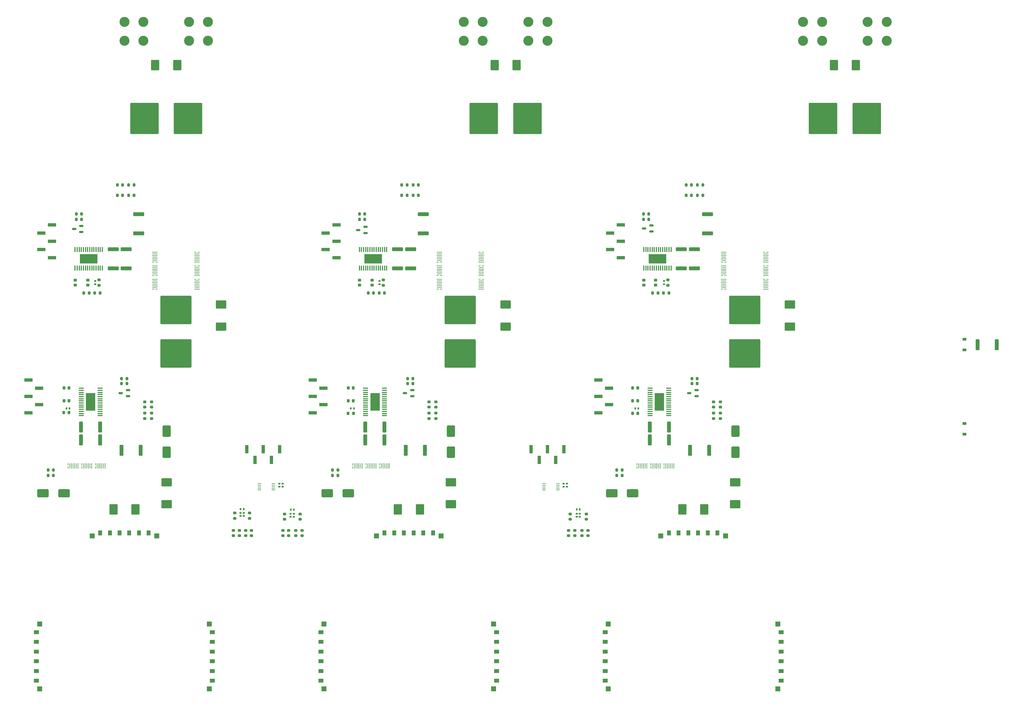
<source format=gtp>
%TF.GenerationSoftware,KiCad,Pcbnew,7.0.9*%
%TF.CreationDate,2025-04-01T10:19:45-06:00*%
%TF.ProjectId,2023-24_Power_Supply,32303233-2d32-4345-9f50-6f7765725f53,rev?*%
%TF.SameCoordinates,Original*%
%TF.FileFunction,Paste,Top*%
%TF.FilePolarity,Positive*%
%FSLAX46Y46*%
G04 Gerber Fmt 4.6, Leading zero omitted, Abs format (unit mm)*
G04 Created by KiCad (PCBNEW 7.0.9) date 2025-04-01 10:19:45*
%MOMM*%
%LPD*%
G01*
G04 APERTURE LIST*
G04 Aperture macros list*
%AMRoundRect*
0 Rectangle with rounded corners*
0 $1 Rounding radius*
0 $2 $3 $4 $5 $6 $7 $8 $9 X,Y pos of 4 corners*
0 Add a 4 corners polygon primitive as box body*
4,1,4,$2,$3,$4,$5,$6,$7,$8,$9,$2,$3,0*
0 Add four circle primitives for the rounded corners*
1,1,$1+$1,$2,$3*
1,1,$1+$1,$4,$5*
1,1,$1+$1,$6,$7*
1,1,$1+$1,$8,$9*
0 Add four rect primitives between the rounded corners*
20,1,$1+$1,$2,$3,$4,$5,0*
20,1,$1+$1,$4,$5,$6,$7,0*
20,1,$1+$1,$6,$7,$8,$9,0*
20,1,$1+$1,$8,$9,$2,$3,0*%
G04 Aperture macros list end*
%ADD10RoundRect,0.140000X0.170000X-0.140000X0.170000X0.140000X-0.170000X0.140000X-0.170000X-0.140000X0*%
%ADD11RoundRect,0.250000X-1.425000X0.362500X-1.425000X-0.362500X1.425000X-0.362500X1.425000X0.362500X0*%
%ADD12RoundRect,0.200000X-0.200000X-0.275000X0.200000X-0.275000X0.200000X0.275000X-0.200000X0.275000X0*%
%ADD13RoundRect,0.200000X0.200000X0.275000X-0.200000X0.275000X-0.200000X-0.275000X0.200000X-0.275000X0*%
%ADD14RoundRect,0.250000X0.362500X1.425000X-0.362500X1.425000X-0.362500X-1.425000X0.362500X-1.425000X0*%
%ADD15C,3.100000*%
%ADD16RoundRect,0.200000X0.275000X-0.200000X0.275000X0.200000X-0.275000X0.200000X-0.275000X-0.200000X0*%
%ADD17RoundRect,0.250000X1.000000X-1.500000X1.000000X1.500000X-1.000000X1.500000X-1.000000X-1.500000X0*%
%ADD18R,0.200000X0.725000*%
%ADD19R,0.200000X1.750000*%
%ADD20R,0.200000X1.575000*%
%ADD21RoundRect,0.200000X-0.275000X0.200000X-0.275000X-0.200000X0.275000X-0.200000X0.275000X0.200000X0*%
%ADD22R,2.510000X1.000000*%
%ADD23RoundRect,0.250000X1.500000X1.000000X-1.500000X1.000000X-1.500000X-1.000000X1.500000X-1.000000X0*%
%ADD24RoundRect,0.250000X-1.400000X-1.000000X1.400000X-1.000000X1.400000X1.000000X-1.400000X1.000000X0*%
%ADD25R,0.450000X1.500000*%
%ADD26R,5.500000X3.000000*%
%ADD27RoundRect,0.225000X0.225000X0.250000X-0.225000X0.250000X-0.225000X-0.250000X0.225000X-0.250000X0*%
%ADD28R,0.725000X0.200000*%
%ADD29R,1.750000X0.200000*%
%ADD30R,1.575000X0.200000*%
%ADD31RoundRect,0.225000X0.375000X-0.225000X0.375000X0.225000X-0.375000X0.225000X-0.375000X-0.225000X0*%
%ADD32RoundRect,0.249999X-4.550001X4.150001X-4.550001X-4.150001X4.550001X-4.150001X4.550001X4.150001X0*%
%ADD33RoundRect,0.225000X-0.250000X0.225000X-0.250000X-0.225000X0.250000X-0.225000X0.250000X0.225000X0*%
%ADD34R,1.100000X0.250000*%
%ADD35RoundRect,0.249999X-4.150001X-4.550001X4.150001X-4.550001X4.150001X4.550001X-4.150001X4.550001X0*%
%ADD36R,1.500000X0.450000*%
%ADD37R,3.000000X5.500000*%
%ADD38RoundRect,0.150000X0.512500X0.150000X-0.512500X0.150000X-0.512500X-0.150000X0.512500X-0.150000X0*%
%ADD39RoundRect,0.250000X1.000000X-1.400000X1.000000X1.400000X-1.000000X1.400000X-1.000000X-1.400000X0*%
%ADD40RoundRect,0.140000X0.140000X0.170000X-0.140000X0.170000X-0.140000X-0.170000X0.140000X-0.170000X0*%
%ADD41RoundRect,0.140000X-0.140000X-0.170000X0.140000X-0.170000X0.140000X0.170000X-0.140000X0.170000X0*%
%ADD42R,1.000000X2.510000*%
%ADD43RoundRect,0.140000X-0.170000X0.140000X-0.170000X-0.140000X0.170000X-0.140000X0.170000X0.140000X0*%
%ADD44R,1.600000X1.500000*%
%ADD45R,1.500000X1.600000*%
%ADD46R,1.200000X1.600000*%
%ADD47R,1.600000X1.200000*%
%ADD48RoundRect,0.250000X-0.362500X-1.425000X0.362500X-1.425000X0.362500X1.425000X-0.362500X1.425000X0*%
%ADD49RoundRect,0.225000X-0.375000X0.225000X-0.375000X-0.225000X0.375000X-0.225000X0.375000X0.225000X0*%
G04 APERTURE END LIST*
D10*
%TO.C,C52*%
X242500000Y-255280000D03*
X242500000Y-254320000D03*
%TD*%
D11*
%TO.C,R62*%
X367400000Y-172437500D03*
X367400000Y-178362500D03*
%TD*%
D12*
%TO.C,R51*%
X276875000Y-152600000D03*
X278525000Y-152600000D03*
%TD*%
D10*
%TO.C,C53*%
X243500000Y-255280000D03*
X243500000Y-254320000D03*
%TD*%
D13*
%TO.C,R107*%
X169075000Y-240800000D03*
X167425000Y-240800000D03*
%TD*%
D14*
%TO.C,R122*%
X271537501Y-227500000D03*
X265612501Y-227500000D03*
%TD*%
D15*
%TO.C,J6*%
X301935000Y-107935000D03*
X301935000Y-102065000D03*
X296065000Y-107935000D03*
X296065000Y-102065000D03*
%TD*%
D13*
%TO.C,R139*%
X345075001Y-240800000D03*
X343425001Y-240800000D03*
%TD*%
D12*
%TO.C,R70*%
X351675000Y-163200000D03*
X353325000Y-163200000D03*
%TD*%
D16*
%TO.C,R110*%
X197350000Y-224825000D03*
X197350000Y-223175000D03*
%TD*%
D17*
%TO.C,C64*%
X204100000Y-235250000D03*
X204100000Y-228750000D03*
%TD*%
D18*
%TO.C,Q31*%
X173675000Y-238988000D03*
X173675000Y-240012000D03*
D19*
X174675000Y-239500000D03*
X175675000Y-239500000D03*
X176675000Y-239500000D03*
D20*
X174175000Y-239500000D03*
X175175000Y-239500000D03*
X176175000Y-239500000D03*
%TD*%
D21*
%TO.C,R85*%
X225200000Y-254095000D03*
X225200000Y-255745000D03*
%TD*%
D16*
%TO.C,R81*%
X240100000Y-261125000D03*
X240100000Y-259475000D03*
%TD*%
D21*
%TO.C,R83*%
X244100000Y-259475000D03*
X244100000Y-261125000D03*
%TD*%
D14*
%TO.C,R123*%
X271537501Y-231500000D03*
X265612501Y-231500000D03*
%TD*%
D22*
%TO.C,J18*%
X344655000Y-175080000D03*
X341345000Y-172540000D03*
X344655000Y-170000000D03*
X341345000Y-167460000D03*
X344655000Y-164920000D03*
%TD*%
D18*
%TO.C,Q38*%
X265875001Y-239000000D03*
X265875001Y-240024000D03*
D19*
X266875001Y-239512000D03*
X267875001Y-239512000D03*
X268875001Y-239512000D03*
D20*
X266375001Y-239512000D03*
X267375001Y-239512000D03*
X268375001Y-239512000D03*
%TD*%
D23*
%TO.C,C63*%
X172325000Y-248000000D03*
X165825000Y-248000000D03*
%TD*%
D21*
%TO.C,R112*%
X199450000Y-223175000D03*
X199450000Y-224825000D03*
%TD*%
D14*
%TO.C,R108*%
X196037500Y-234725000D03*
X190112500Y-234725000D03*
%TD*%
D16*
%TO.C,R93*%
X328500000Y-261125000D03*
X328500000Y-259475000D03*
%TD*%
D24*
%TO.C,D7*%
X221000000Y-189600000D03*
X221000000Y-196400000D03*
%TD*%
D10*
%TO.C,C61*%
X327000000Y-245980000D03*
X327000000Y-245020000D03*
%TD*%
D25*
%TO.C,U6*%
X272225000Y-172500000D03*
X271575000Y-172500000D03*
X270925000Y-172500000D03*
X270275000Y-172500000D03*
X269625000Y-172500000D03*
X268975000Y-172500000D03*
X268325000Y-172500000D03*
X267675000Y-172500000D03*
X267025000Y-172500000D03*
X266375000Y-172500000D03*
D26*
X268000000Y-175400000D03*
D25*
X265725000Y-172500000D03*
X265075000Y-172500000D03*
X264425000Y-172500000D03*
X263775000Y-172500000D03*
X263775000Y-178300000D03*
X264425000Y-178300000D03*
X265075000Y-178300000D03*
X265725000Y-178300000D03*
X266375000Y-178300000D03*
X267025000Y-178300000D03*
X267675000Y-178300000D03*
X268325000Y-178300000D03*
X268975000Y-178300000D03*
X269625000Y-178300000D03*
X270275000Y-178300000D03*
X270925000Y-178300000D03*
X271575000Y-178300000D03*
X272225000Y-178300000D03*
%TD*%
D10*
%TO.C,C57*%
X240000000Y-245980000D03*
X240000000Y-245020000D03*
%TD*%
D13*
%TO.C,R21*%
X180150000Y-186000000D03*
X178500000Y-186000000D03*
%TD*%
%TO.C,R148*%
X353325000Y-161500000D03*
X351675000Y-161500000D03*
%TD*%
D27*
%TO.C,C70*%
X261875000Y-219400001D03*
X260325000Y-219400001D03*
%TD*%
%TO.C,C76*%
X349875000Y-215400001D03*
X348325000Y-215400001D03*
%TD*%
D12*
%TO.C,R76*%
X190175000Y-214000000D03*
X191825000Y-214000000D03*
%TD*%
D25*
%TO.C,U7*%
X360225000Y-172500000D03*
X359575000Y-172500000D03*
X358925000Y-172500000D03*
X358275000Y-172500000D03*
X357625000Y-172500000D03*
X356975000Y-172500000D03*
X356325000Y-172500000D03*
X355675000Y-172500000D03*
X355025000Y-172500000D03*
X354375000Y-172500000D03*
D26*
X356000000Y-175400000D03*
D25*
X353725000Y-172500000D03*
X353075000Y-172500000D03*
X352425000Y-172500000D03*
X351775000Y-172500000D03*
X351775000Y-178300000D03*
X352425000Y-178300000D03*
X353075000Y-178300000D03*
X353725000Y-178300000D03*
X354375000Y-178300000D03*
X355025000Y-178300000D03*
X355675000Y-178300000D03*
X356325000Y-178300000D03*
X356975000Y-178300000D03*
X357625000Y-178300000D03*
X358275000Y-178300000D03*
X358925000Y-178300000D03*
X359575000Y-178300000D03*
X360225000Y-178300000D03*
%TD*%
D21*
%TO.C,R79*%
X228600000Y-259495000D03*
X228600000Y-261145000D03*
%TD*%
D28*
%TO.C,Q3*%
X199988000Y-184800000D03*
X201012000Y-184800000D03*
D29*
X200500000Y-183800000D03*
X200500000Y-182800000D03*
X200500000Y-181800000D03*
D30*
X200500000Y-184300000D03*
X200500000Y-183300000D03*
X200500000Y-182300000D03*
%TD*%
D18*
%TO.C,Q42*%
X353875001Y-239000000D03*
X353875001Y-240024000D03*
D19*
X354875001Y-239512000D03*
X355875001Y-239512000D03*
X356875001Y-239512000D03*
D20*
X354375001Y-239512000D03*
X355375001Y-239512000D03*
X356375001Y-239512000D03*
%TD*%
D21*
%TO.C,R143*%
X373350000Y-219674999D03*
X373350000Y-221324999D03*
%TD*%
D18*
%TO.C,Q39*%
X349675001Y-238988000D03*
X349675001Y-240012000D03*
D19*
X350675001Y-239500000D03*
X351675001Y-239500000D03*
X352675001Y-239500000D03*
D20*
X350175001Y-239500000D03*
X351175001Y-239500000D03*
X352175001Y-239500000D03*
%TD*%
D13*
%TO.C,R59*%
X359525000Y-186000000D03*
X357875000Y-186000000D03*
%TD*%
%TO.C,R151*%
X368325000Y-212500000D03*
X366675000Y-212500000D03*
%TD*%
D27*
%TO.C,C71*%
X261875000Y-215400001D03*
X260325000Y-215400001D03*
%TD*%
D17*
%TO.C,C69*%
X292100000Y-235249999D03*
X292100000Y-228749999D03*
%TD*%
D14*
%TO.C,R105*%
X183537500Y-227500000D03*
X177612500Y-227500000D03*
%TD*%
D31*
%TO.C,D5*%
X451000000Y-229650000D03*
X451000000Y-226350000D03*
%TD*%
D11*
%TO.C,R20*%
X191600000Y-172437500D03*
X191600000Y-178362500D03*
%TD*%
D18*
%TO.C,Q36*%
X270075000Y-239000000D03*
X270075000Y-240024000D03*
D19*
X271075000Y-239512000D03*
X272075000Y-239512000D03*
X273075000Y-239512000D03*
D20*
X270575000Y-239512000D03*
X271575000Y-239512000D03*
X272575000Y-239512000D03*
%TD*%
D13*
%TO.C,R124*%
X257075001Y-240800000D03*
X255425001Y-240800000D03*
%TD*%
D12*
%TO.C,R117*%
X172275000Y-223000000D03*
X173925000Y-223000000D03*
%TD*%
D32*
%TO.C,C41*%
X383000000Y-191250000D03*
X383000000Y-204750000D03*
%TD*%
D12*
%TO.C,R132*%
X260275000Y-223225000D03*
X261925000Y-223225000D03*
%TD*%
D33*
%TO.C,C32*%
X179700000Y-182025000D03*
X179700000Y-183575000D03*
%TD*%
D24*
%TO.C,D19*%
X292075000Y-244599999D03*
X292075000Y-251399999D03*
%TD*%
D21*
%TO.C,R87*%
X240600000Y-254375000D03*
X240600000Y-256025000D03*
%TD*%
D13*
%TO.C,R24*%
X194025000Y-155800000D03*
X192375000Y-155800000D03*
%TD*%
D34*
%TO.C,U10*%
X320850000Y-245000000D03*
X320850000Y-245500000D03*
X320850000Y-246000000D03*
X320850000Y-246500000D03*
X320850000Y-247000000D03*
X325150000Y-247000000D03*
X325150000Y-246500000D03*
X325150000Y-246000000D03*
X325150000Y-245500000D03*
X325150000Y-245000000D03*
%TD*%
D35*
%TO.C,C42*%
X407250000Y-132000000D03*
X420750000Y-132000000D03*
%TD*%
D12*
%TO.C,R92*%
X278675000Y-214000000D03*
X280325000Y-214000000D03*
%TD*%
D24*
%TO.C,D10*%
X309000000Y-189600000D03*
X309000000Y-196400000D03*
%TD*%
D35*
%TO.C,C36*%
X302250000Y-132000000D03*
X315750000Y-132000000D03*
%TD*%
D21*
%TO.C,R128*%
X285350000Y-219674999D03*
X285350000Y-221324999D03*
%TD*%
D13*
%TO.C,R66*%
X370025000Y-155800000D03*
X368375000Y-155800000D03*
%TD*%
D36*
%TO.C,U12*%
X183500000Y-223950000D03*
X183500000Y-223300000D03*
X183500000Y-222650000D03*
X183500000Y-222000000D03*
X183500000Y-221350000D03*
X183500000Y-220700000D03*
X183500000Y-220050000D03*
X183500000Y-219400000D03*
X183500000Y-218750000D03*
X183500000Y-218100000D03*
D37*
X180600000Y-219725000D03*
D36*
X183500000Y-217450000D03*
X183500000Y-216800000D03*
X183500000Y-216150000D03*
X183500000Y-215500000D03*
X177700000Y-215500000D03*
X177700000Y-216150000D03*
X177700000Y-216800000D03*
X177700000Y-217450000D03*
X177700000Y-218100000D03*
X177700000Y-218750000D03*
X177700000Y-219400000D03*
X177700000Y-220050000D03*
X177700000Y-220700000D03*
X177700000Y-221350000D03*
X177700000Y-222000000D03*
X177700000Y-222650000D03*
X177700000Y-223300000D03*
X177700000Y-223950000D03*
%TD*%
D38*
%TO.C,Q18*%
X265637500Y-167450000D03*
X265637500Y-165550000D03*
X263362500Y-166500000D03*
%TD*%
D12*
%TO.C,R147*%
X348275000Y-223225000D03*
X349925000Y-223225000D03*
%TD*%
D15*
%TO.C,J5*%
X216935000Y-107935000D03*
X216935000Y-102065000D03*
X211065000Y-107935000D03*
X211065000Y-102065000D03*
%TD*%
D21*
%TO.C,R80*%
X230400000Y-259495000D03*
X230400000Y-261145000D03*
%TD*%
D39*
%TO.C,D9*%
X200600000Y-115500000D03*
X207400000Y-115500000D03*
%TD*%
D12*
%TO.C,R28*%
X176175000Y-163200000D03*
X177825000Y-163200000D03*
%TD*%
%TO.C,R68*%
X364875000Y-155800000D03*
X366525000Y-155800000D03*
%TD*%
D40*
%TO.C,C72*%
X262080000Y-221725000D03*
X261120000Y-221725000D03*
%TD*%
D38*
%TO.C,Q28*%
X192137500Y-217950000D03*
X192137500Y-216050000D03*
X189862500Y-217000000D03*
%TD*%
D13*
%TO.C,R63*%
X356150000Y-186000000D03*
X354500000Y-186000000D03*
%TD*%
D41*
%TO.C,C54*%
X226990000Y-252850000D03*
X227950000Y-252850000D03*
%TD*%
D12*
%TO.C,R71*%
X364875000Y-152600000D03*
X366525000Y-152600000D03*
%TD*%
D11*
%TO.C,R22*%
X195500000Y-161637500D03*
X195500000Y-167562500D03*
%TD*%
D21*
%TO.C,R130*%
X287450000Y-219674999D03*
X287450000Y-221324999D03*
%TD*%
D32*
%TO.C,C35*%
X295000000Y-191250000D03*
X295000000Y-204750000D03*
%TD*%
D41*
%TO.C,C55*%
X242520000Y-253100000D03*
X243480000Y-253100000D03*
%TD*%
D10*
%TO.C,C62*%
X328000000Y-245980000D03*
X328000000Y-245020000D03*
%TD*%
D21*
%TO.C,R95*%
X332600000Y-259475000D03*
X332600000Y-261125000D03*
%TD*%
D23*
%TO.C,C73*%
X348325001Y-248000000D03*
X341825001Y-248000000D03*
%TD*%
D35*
%TO.C,C30*%
X197250000Y-132000000D03*
X210750000Y-132000000D03*
%TD*%
D42*
%TO.C,J21*%
X327080000Y-234345000D03*
X324540000Y-237655000D03*
X322000000Y-234345000D03*
X319460000Y-237655000D03*
X316920000Y-234345000D03*
%TD*%
D22*
%TO.C,J23*%
X249345000Y-212920000D03*
X252655000Y-215460000D03*
X249345000Y-218000000D03*
X252655000Y-220540000D03*
X249345000Y-223080000D03*
%TD*%
D13*
%TO.C,R116*%
X265425000Y-161500000D03*
X263775000Y-161500000D03*
%TD*%
D27*
%TO.C,C75*%
X349875000Y-219400001D03*
X348325000Y-219400001D03*
%TD*%
D43*
%TO.C,C34*%
X182000000Y-182320000D03*
X182000000Y-183280000D03*
%TD*%
D11*
%TO.C,R44*%
X283500000Y-161637500D03*
X283500000Y-167562500D03*
%TD*%
D28*
%TO.C,Q23*%
X390012000Y-173400000D03*
X388988000Y-173400000D03*
D29*
X389500000Y-174400000D03*
X389500000Y-175400000D03*
X389500000Y-176400000D03*
D30*
X389500000Y-173900000D03*
X389500000Y-174900000D03*
X389500000Y-175900000D03*
%TD*%
D23*
%TO.C,C68*%
X260325001Y-248000000D03*
X253825001Y-248000000D03*
%TD*%
D39*
%TO.C,D12*%
X305600000Y-115500000D03*
X312400000Y-115500000D03*
%TD*%
D21*
%TO.C,R96*%
X334500000Y-259475000D03*
X334500000Y-261125000D03*
%TD*%
%TO.C,R88*%
X245400000Y-254375000D03*
X245400000Y-256025000D03*
%TD*%
D38*
%TO.C,Q9*%
X177737500Y-167150000D03*
X177737500Y-165250000D03*
X175462500Y-166200000D03*
%TD*%
D28*
%TO.C,Q11*%
X287988000Y-180600000D03*
X289012000Y-180600000D03*
D29*
X288500000Y-179600000D03*
X288500000Y-178600000D03*
X288500000Y-177600000D03*
D30*
X288500000Y-180100000D03*
X288500000Y-179100000D03*
X288500000Y-178100000D03*
%TD*%
D10*
%TO.C,C58*%
X331000000Y-255280000D03*
X331000000Y-254320000D03*
%TD*%
D22*
%TO.C,J17*%
X256655000Y-175080000D03*
X253345000Y-172540000D03*
X256655000Y-170000000D03*
X253345000Y-167460000D03*
X256655000Y-164920000D03*
%TD*%
D14*
%TO.C,R137*%
X359537501Y-227500000D03*
X353612501Y-227500000D03*
%TD*%
D39*
%TO.C,D20*%
X363675000Y-253000000D03*
X370475000Y-253000000D03*
%TD*%
D27*
%TO.C,C65*%
X173875000Y-219400000D03*
X172325000Y-219400000D03*
%TD*%
D39*
%TO.C,D16*%
X187675000Y-253000000D03*
X194475000Y-253000000D03*
%TD*%
D28*
%TO.C,Q25*%
X390012000Y-181800000D03*
X388988000Y-181800000D03*
D29*
X389500000Y-182800000D03*
X389500000Y-183800000D03*
X389500000Y-184800000D03*
D30*
X389500000Y-182300000D03*
X389500000Y-183300000D03*
X389500000Y-184300000D03*
%TD*%
D12*
%TO.C,R26*%
X188875000Y-155800000D03*
X190525000Y-155800000D03*
%TD*%
D10*
%TO.C,C56*%
X239000000Y-245980000D03*
X239000000Y-245020000D03*
%TD*%
%TO.C,C59*%
X332000000Y-255280000D03*
X332000000Y-254320000D03*
%TD*%
D24*
%TO.C,D21*%
X380075000Y-244599999D03*
X380075000Y-251399999D03*
%TD*%
D18*
%TO.C,Q40*%
X358075000Y-239000000D03*
X358075000Y-240024000D03*
D19*
X359075000Y-239512000D03*
X360075000Y-239512000D03*
X361075000Y-239512000D03*
D20*
X358575000Y-239512000D03*
X359575000Y-239512000D03*
X360575000Y-239512000D03*
%TD*%
D16*
%TO.C,R127*%
X285350000Y-224824999D03*
X285350000Y-223174999D03*
%TD*%
D22*
%TO.C,J16*%
X168655000Y-175080000D03*
X165345000Y-172540000D03*
X168655000Y-170000000D03*
X165345000Y-167460000D03*
X168655000Y-164920000D03*
%TD*%
D11*
%TO.C,R41*%
X275600000Y-172437500D03*
X275600000Y-178362500D03*
%TD*%
D10*
%TO.C,C50*%
X227000000Y-255000000D03*
X227000000Y-254040000D03*
%TD*%
D28*
%TO.C,Q16*%
X302012000Y-181800000D03*
X300988000Y-181800000D03*
D29*
X301500000Y-182800000D03*
X301500000Y-183800000D03*
X301500000Y-184800000D03*
D30*
X301500000Y-182300000D03*
X301500000Y-183300000D03*
X301500000Y-184300000D03*
%TD*%
D18*
%TO.C,Q32*%
X182075000Y-239000000D03*
X182075000Y-240024000D03*
D19*
X183075000Y-239512000D03*
X184075000Y-239512000D03*
X185075000Y-239512000D03*
D20*
X182575000Y-239512000D03*
X183575000Y-239512000D03*
X184575000Y-239512000D03*
%TD*%
D16*
%TO.C,R77*%
X224800000Y-261145000D03*
X224800000Y-259495000D03*
%TD*%
D33*
%TO.C,C45*%
X351800000Y-182025000D03*
X351800000Y-183575000D03*
%TD*%
D41*
%TO.C,C60*%
X331040000Y-253000000D03*
X332000000Y-253000000D03*
%TD*%
D21*
%TO.C,R111*%
X197350000Y-219675000D03*
X197350000Y-221325000D03*
%TD*%
D16*
%TO.C,R53*%
X271200000Y-183625000D03*
X271200000Y-181975000D03*
%TD*%
D21*
%TO.C,R113*%
X199450000Y-219675000D03*
X199450000Y-221325000D03*
%TD*%
D18*
%TO.C,Q35*%
X261675001Y-238988000D03*
X261675001Y-240012000D03*
D19*
X262675001Y-239500000D03*
X263675001Y-239500000D03*
X264675001Y-239500000D03*
D20*
X262175001Y-239500000D03*
X263175001Y-239500000D03*
X264175001Y-239500000D03*
%TD*%
D39*
%TO.C,D18*%
X275675000Y-253000000D03*
X282475000Y-253000000D03*
%TD*%
D32*
%TO.C,C29*%
X207000000Y-191250000D03*
X207000000Y-204750000D03*
%TD*%
D36*
%TO.C,U16*%
X359500000Y-223950000D03*
X359500000Y-223300000D03*
X359500000Y-222650000D03*
X359500000Y-222000000D03*
X359500000Y-221350000D03*
X359500000Y-220700000D03*
X359500000Y-220050000D03*
X359500000Y-219400000D03*
X359500000Y-218750000D03*
X359500000Y-218100000D03*
D37*
X356600000Y-219725000D03*
D36*
X359500000Y-217450000D03*
X359500000Y-216800000D03*
X359500000Y-216150000D03*
X359500000Y-215500000D03*
X353700000Y-215500000D03*
X353700000Y-216150000D03*
X353700000Y-216800000D03*
X353700000Y-217450000D03*
X353700000Y-218100000D03*
X353700000Y-218750000D03*
X353700000Y-219400000D03*
X353700000Y-220050000D03*
X353700000Y-220700000D03*
X353700000Y-221350000D03*
X353700000Y-222000000D03*
X353700000Y-222650000D03*
X353700000Y-223300000D03*
X353700000Y-223950000D03*
%TD*%
D28*
%TO.C,Q2*%
X199988000Y-180600000D03*
X201012000Y-180600000D03*
D29*
X200500000Y-179600000D03*
X200500000Y-178600000D03*
X200500000Y-177600000D03*
D30*
X200500000Y-180100000D03*
X200500000Y-179100000D03*
X200500000Y-178100000D03*
%TD*%
D21*
%TO.C,R145*%
X375450000Y-219674999D03*
X375450000Y-221324999D03*
%TD*%
D13*
%TO.C,R149*%
X191825000Y-212500000D03*
X190175000Y-212500000D03*
%TD*%
D12*
%TO.C,R103*%
X167425000Y-242500000D03*
X169075000Y-242500000D03*
%TD*%
D11*
%TO.C,R19*%
X187600000Y-172437500D03*
X187600000Y-178362500D03*
%TD*%
D28*
%TO.C,Q7*%
X214012000Y-181800000D03*
X212988000Y-181800000D03*
D29*
X213500000Y-182800000D03*
X213500000Y-183800000D03*
X213500000Y-184800000D03*
D30*
X213500000Y-182300000D03*
X213500000Y-183300000D03*
X213500000Y-184300000D03*
%TD*%
D21*
%TO.C,R98*%
X334000000Y-254375000D03*
X334000000Y-256025000D03*
%TD*%
D34*
%TO.C,U9*%
X232850000Y-245000000D03*
X232850000Y-245500000D03*
X232850000Y-246000000D03*
X232850000Y-246500000D03*
X232850000Y-247000000D03*
X237150000Y-247000000D03*
X237150000Y-246500000D03*
X237150000Y-246000000D03*
X237150000Y-245500000D03*
X237150000Y-245000000D03*
%TD*%
D21*
%TO.C,R97*%
X329000000Y-254375000D03*
X329000000Y-256025000D03*
%TD*%
D16*
%TO.C,R82*%
X241900000Y-261125000D03*
X241900000Y-259475000D03*
%TD*%
%TO.C,R142*%
X373350000Y-224824999D03*
X373350000Y-223174999D03*
%TD*%
D44*
%TO.C,U15*%
X340800001Y-288475000D03*
X340800001Y-308475000D03*
D45*
X357050001Y-261225000D03*
X377050001Y-261225000D03*
D44*
X393300001Y-288475000D03*
X393300001Y-308475000D03*
D46*
X359550001Y-260275000D03*
X362550001Y-260275000D03*
X365550001Y-260275000D03*
X368550001Y-260275000D03*
X371550001Y-260275000D03*
X374550001Y-260275000D03*
D47*
X339850001Y-290975000D03*
X339850001Y-293975000D03*
X339850001Y-296975000D03*
X339850001Y-299975000D03*
X339850001Y-302975000D03*
X339850001Y-305975000D03*
X394250001Y-305975000D03*
X394250001Y-302975000D03*
X394250001Y-299975000D03*
X394250001Y-296975000D03*
X394250001Y-293975000D03*
X394250001Y-290975000D03*
%TD*%
D28*
%TO.C,Q6*%
X214012000Y-177600000D03*
X212988000Y-177600000D03*
D29*
X213500000Y-178600000D03*
X213500000Y-179600000D03*
X213500000Y-180600000D03*
D30*
X213500000Y-178100000D03*
X213500000Y-179100000D03*
X213500000Y-180100000D03*
%TD*%
D28*
%TO.C,Q10*%
X287988000Y-176400000D03*
X289012000Y-176400000D03*
D29*
X288500000Y-175400000D03*
X288500000Y-174400000D03*
X288500000Y-173400000D03*
D30*
X288500000Y-175900000D03*
X288500000Y-174900000D03*
X288500000Y-173900000D03*
%TD*%
D11*
%TO.C,R61*%
X363400000Y-172437500D03*
X363400000Y-178362500D03*
%TD*%
D38*
%TO.C,Q27*%
X354137500Y-166950000D03*
X354137500Y-165050000D03*
X351862500Y-166000000D03*
%TD*%
D18*
%TO.C,Q34*%
X177875000Y-239000000D03*
X177875000Y-240024000D03*
D19*
X178875000Y-239512000D03*
X179875000Y-239512000D03*
X180875000Y-239512000D03*
D20*
X178375000Y-239512000D03*
X179375000Y-239512000D03*
X180375000Y-239512000D03*
%TD*%
D24*
%TO.C,D13*%
X397000000Y-189600000D03*
X397000000Y-196400000D03*
%TD*%
D28*
%TO.C,Q5*%
X214012000Y-173400000D03*
X212988000Y-173400000D03*
D29*
X213500000Y-174400000D03*
X213500000Y-175400000D03*
X213500000Y-176400000D03*
D30*
X213500000Y-173900000D03*
X213500000Y-174900000D03*
X213500000Y-175900000D03*
%TD*%
D21*
%TO.C,R84*%
X246000000Y-259475000D03*
X246000000Y-261125000D03*
%TD*%
D28*
%TO.C,Q15*%
X302012000Y-177600000D03*
X300988000Y-177600000D03*
D29*
X301500000Y-178600000D03*
X301500000Y-179600000D03*
X301500000Y-180600000D03*
D30*
X301500000Y-178100000D03*
X301500000Y-179100000D03*
X301500000Y-180100000D03*
%TD*%
D42*
%TO.C,J20*%
X239080000Y-234345000D03*
X236540000Y-237655000D03*
X234000000Y-234345000D03*
X231460000Y-237655000D03*
X228920000Y-234345000D03*
%TD*%
D33*
%TO.C,C33*%
X175800000Y-182025000D03*
X175800000Y-183575000D03*
%TD*%
D13*
%TO.C,R39*%
X271525000Y-186000000D03*
X269875000Y-186000000D03*
%TD*%
D40*
%TO.C,C67*%
X174080000Y-221725000D03*
X173120000Y-221725000D03*
%TD*%
D13*
%TO.C,R46*%
X282025000Y-155800000D03*
X280375000Y-155800000D03*
%TD*%
D22*
%TO.C,J22*%
X161345000Y-212920000D03*
X164655000Y-215460000D03*
X161345000Y-218000000D03*
X164655000Y-220540000D03*
X161345000Y-223080000D03*
%TD*%
D28*
%TO.C,Q20*%
X375988000Y-180600000D03*
X377012000Y-180600000D03*
D29*
X376500000Y-179600000D03*
X376500000Y-178600000D03*
X376500000Y-177600000D03*
D30*
X376500000Y-180100000D03*
X376500000Y-179100000D03*
X376500000Y-178100000D03*
%TD*%
D28*
%TO.C,Q21*%
X375988000Y-184800000D03*
X377012000Y-184800000D03*
D29*
X376500000Y-183800000D03*
X376500000Y-182800000D03*
X376500000Y-181800000D03*
D30*
X376500000Y-184300000D03*
X376500000Y-183300000D03*
X376500000Y-182300000D03*
%TD*%
D39*
%TO.C,D15*%
X410600000Y-115500000D03*
X417400000Y-115500000D03*
%TD*%
D16*
%TO.C,R33*%
X183200000Y-183625000D03*
X183200000Y-181975000D03*
%TD*%
D28*
%TO.C,Q12*%
X287988000Y-184800000D03*
X289012000Y-184800000D03*
D29*
X288500000Y-183800000D03*
X288500000Y-182800000D03*
X288500000Y-181800000D03*
D30*
X288500000Y-184300000D03*
X288500000Y-183300000D03*
X288500000Y-182300000D03*
%TD*%
D28*
%TO.C,Q1*%
X199988000Y-176400000D03*
X201012000Y-176400000D03*
D29*
X200500000Y-175400000D03*
X200500000Y-174400000D03*
X200500000Y-173400000D03*
D30*
X200500000Y-175900000D03*
X200500000Y-174900000D03*
X200500000Y-173900000D03*
%TD*%
D12*
%TO.C,R29*%
X188875000Y-152600000D03*
X190525000Y-152600000D03*
%TD*%
D43*
%TO.C,C46*%
X358000000Y-182320000D03*
X358000000Y-183280000D03*
%TD*%
D12*
%TO.C,R27*%
X192375000Y-152600000D03*
X194025000Y-152600000D03*
%TD*%
D33*
%TO.C,C44*%
X355400000Y-182025000D03*
X355400000Y-183575000D03*
%TD*%
%TO.C,C38*%
X267700000Y-182025000D03*
X267700000Y-183575000D03*
%TD*%
D44*
%TO.C,U13*%
X252800001Y-288475000D03*
X252800001Y-308475000D03*
D45*
X269050001Y-261225000D03*
X289050001Y-261225000D03*
D44*
X305300001Y-288475000D03*
X305300001Y-308475000D03*
D46*
X271550001Y-260275000D03*
X274550001Y-260275000D03*
X277550001Y-260275000D03*
X280550001Y-260275000D03*
X283550001Y-260275000D03*
X286550001Y-260275000D03*
D47*
X251850001Y-290975000D03*
X251850001Y-293975000D03*
X251850001Y-296975000D03*
X251850001Y-299975000D03*
X251850001Y-302975000D03*
X251850001Y-305975000D03*
X306250001Y-305975000D03*
X306250001Y-302975000D03*
X306250001Y-299975000D03*
X306250001Y-296975000D03*
X306250001Y-293975000D03*
X306250001Y-290975000D03*
%TD*%
D40*
%TO.C,C77*%
X350080000Y-221725000D03*
X349120000Y-221725000D03*
%TD*%
D43*
%TO.C,C40*%
X270000000Y-182320000D03*
X270000000Y-183280000D03*
%TD*%
D13*
%TO.C,R150*%
X280325000Y-212500000D03*
X278675000Y-212500000D03*
%TD*%
D28*
%TO.C,Q14*%
X302012000Y-173400000D03*
X300988000Y-173400000D03*
D29*
X301500000Y-174400000D03*
X301500000Y-175400000D03*
X301500000Y-176400000D03*
D30*
X301500000Y-173900000D03*
X301500000Y-174900000D03*
X301500000Y-175900000D03*
%TD*%
D28*
%TO.C,Q24*%
X390012000Y-177600000D03*
X388988000Y-177600000D03*
D29*
X389500000Y-178600000D03*
X389500000Y-179600000D03*
X389500000Y-180600000D03*
D30*
X389500000Y-178100000D03*
X389500000Y-179100000D03*
X389500000Y-180100000D03*
%TD*%
D44*
%TO.C,U11*%
X164800000Y-288475000D03*
X164800000Y-308475000D03*
D45*
X181050000Y-261225000D03*
X201050000Y-261225000D03*
D44*
X217300000Y-288475000D03*
X217300000Y-308475000D03*
D46*
X183550000Y-260275000D03*
X186550000Y-260275000D03*
X189550000Y-260275000D03*
X192550000Y-260275000D03*
X195550000Y-260275000D03*
X198550000Y-260275000D03*
D47*
X163850000Y-290975000D03*
X163850000Y-293975000D03*
X163850000Y-296975000D03*
X163850000Y-299975000D03*
X163850000Y-302975000D03*
X163850000Y-305975000D03*
X218250000Y-305975000D03*
X218250000Y-302975000D03*
X218250000Y-299975000D03*
X218250000Y-296975000D03*
X218250000Y-293975000D03*
X218250000Y-290975000D03*
%TD*%
D14*
%TO.C,R106*%
X183537500Y-231500000D03*
X177612500Y-231500000D03*
%TD*%
D15*
%TO.C,J10*%
X426935000Y-107935000D03*
X426935000Y-102065000D03*
X421065000Y-107935000D03*
X421065000Y-102065000D03*
%TD*%
D28*
%TO.C,Q19*%
X375988000Y-176400000D03*
X377012000Y-176400000D03*
D29*
X376500000Y-175400000D03*
X376500000Y-174400000D03*
X376500000Y-173400000D03*
D30*
X376500000Y-175900000D03*
X376500000Y-174900000D03*
X376500000Y-173900000D03*
%TD*%
D14*
%TO.C,R140*%
X372037500Y-234724999D03*
X366112500Y-234724999D03*
%TD*%
D15*
%TO.C,J4*%
X196935000Y-107935000D03*
X196935000Y-102065000D03*
X191065000Y-107935000D03*
X191065000Y-102065000D03*
%TD*%
D33*
%TO.C,C39*%
X263800000Y-182025000D03*
X263800000Y-183575000D03*
%TD*%
D24*
%TO.C,D17*%
X204075000Y-244600000D03*
X204075000Y-251400000D03*
%TD*%
D15*
%TO.C,J9*%
X406935000Y-107935000D03*
X406935000Y-102065000D03*
X401065000Y-107935000D03*
X401065000Y-102065000D03*
%TD*%
D38*
%TO.C,Q30*%
X368137500Y-217950000D03*
X368137500Y-216050000D03*
X365862500Y-217000000D03*
%TD*%
D12*
%TO.C,R69*%
X368375000Y-152600000D03*
X370025000Y-152600000D03*
%TD*%
D11*
%TO.C,R64*%
X371500000Y-161637500D03*
X371500000Y-167562500D03*
%TD*%
%TO.C,R42*%
X279600000Y-172437500D03*
X279600000Y-178362500D03*
%TD*%
D13*
%TO.C,R17*%
X183525000Y-186000000D03*
X181875000Y-186000000D03*
%TD*%
D12*
%TO.C,R120*%
X255425001Y-242500000D03*
X257075001Y-242500000D03*
%TD*%
D21*
%TO.C,R86*%
X229800000Y-254095000D03*
X229800000Y-255745000D03*
%TD*%
D12*
%TO.C,R49*%
X280375000Y-152600000D03*
X282025000Y-152600000D03*
%TD*%
D36*
%TO.C,U14*%
X271500000Y-223950000D03*
X271500000Y-223300000D03*
X271500000Y-222650000D03*
X271500000Y-222000000D03*
X271500000Y-221350000D03*
X271500000Y-220700000D03*
X271500000Y-220050000D03*
X271500000Y-219400000D03*
X271500000Y-218750000D03*
X271500000Y-218100000D03*
D37*
X268600000Y-219725000D03*
D36*
X271500000Y-217450000D03*
X271500000Y-216800000D03*
X271500000Y-216150000D03*
X271500000Y-215500000D03*
X265700000Y-215500000D03*
X265700000Y-216150000D03*
X265700000Y-216800000D03*
X265700000Y-217450000D03*
X265700000Y-218100000D03*
X265700000Y-218750000D03*
X265700000Y-219400000D03*
X265700000Y-220050000D03*
X265700000Y-220700000D03*
X265700000Y-221350000D03*
X265700000Y-222000000D03*
X265700000Y-222650000D03*
X265700000Y-223300000D03*
X265700000Y-223950000D03*
%TD*%
D21*
%TO.C,R129*%
X287450000Y-223174999D03*
X287450000Y-224824999D03*
%TD*%
D48*
%TO.C,R11*%
X455037500Y-202000000D03*
X460962500Y-202000000D03*
%TD*%
D16*
%TO.C,R94*%
X330400000Y-261125000D03*
X330400000Y-259475000D03*
%TD*%
%TO.C,R73*%
X359200000Y-183625000D03*
X359200000Y-181975000D03*
%TD*%
D14*
%TO.C,R125*%
X284037500Y-234724999D03*
X278112500Y-234724999D03*
%TD*%
%TO.C,R138*%
X359537501Y-231500000D03*
X353612501Y-231500000D03*
%TD*%
D15*
%TO.C,J7*%
X321935000Y-107935000D03*
X321935000Y-102065000D03*
X316065000Y-107935000D03*
X316065000Y-102065000D03*
%TD*%
D13*
%TO.C,R43*%
X268150000Y-186000000D03*
X266500000Y-186000000D03*
%TD*%
D16*
%TO.C,R78*%
X226600000Y-261145000D03*
X226600000Y-259495000D03*
%TD*%
D17*
%TO.C,C74*%
X380100000Y-235249999D03*
X380100000Y-228749999D03*
%TD*%
D22*
%TO.C,J24*%
X337690000Y-212920000D03*
X341000000Y-215460000D03*
X337690000Y-218000000D03*
X341000000Y-220540000D03*
X337690000Y-223080000D03*
%TD*%
D25*
%TO.C,U5*%
X184225000Y-172500000D03*
X183575000Y-172500000D03*
X182925000Y-172500000D03*
X182275000Y-172500000D03*
X181625000Y-172500000D03*
X180975000Y-172500000D03*
X180325000Y-172500000D03*
X179675000Y-172500000D03*
X179025000Y-172500000D03*
X178375000Y-172500000D03*
D26*
X180000000Y-175400000D03*
D25*
X177725000Y-172500000D03*
X177075000Y-172500000D03*
X176425000Y-172500000D03*
X175775000Y-172500000D03*
X175775000Y-178300000D03*
X176425000Y-178300000D03*
X177075000Y-178300000D03*
X177725000Y-178300000D03*
X178375000Y-178300000D03*
X179025000Y-178300000D03*
X179675000Y-178300000D03*
X180325000Y-178300000D03*
X180975000Y-178300000D03*
X181625000Y-178300000D03*
X182275000Y-178300000D03*
X182925000Y-178300000D03*
X183575000Y-178300000D03*
X184225000Y-178300000D03*
%TD*%
D12*
%TO.C,R50*%
X263775000Y-163200000D03*
X265425000Y-163200000D03*
%TD*%
%TO.C,R48*%
X276875000Y-155800000D03*
X278525000Y-155800000D03*
%TD*%
D27*
%TO.C,C66*%
X173875000Y-215400000D03*
X172325000Y-215400000D03*
%TD*%
D38*
%TO.C,Q29*%
X280137500Y-217950000D03*
X280137500Y-216050000D03*
X277862500Y-217000000D03*
%TD*%
D49*
%TO.C,D6*%
X451000000Y-200350000D03*
X451000000Y-203650000D03*
%TD*%
D21*
%TO.C,R144*%
X375450000Y-223174999D03*
X375450000Y-224824999D03*
%TD*%
D12*
%TO.C,R99*%
X366675000Y-214000000D03*
X368325000Y-214000000D03*
%TD*%
D10*
%TO.C,C51*%
X228000000Y-255000000D03*
X228000000Y-254040000D03*
%TD*%
D12*
%TO.C,R135*%
X343425001Y-242500000D03*
X345075001Y-242500000D03*
%TD*%
D13*
%TO.C,R115*%
X177825000Y-161500000D03*
X176175000Y-161500000D03*
%TD*%
M02*

</source>
